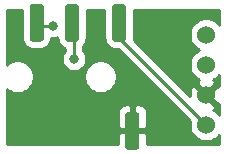
<source format=gbr>
G04 #@! TF.GenerationSoftware,KiCad,Pcbnew,(5.1.5)-3*
G04 #@! TF.CreationDate,2020-12-21T13:20:02+01:00*
G04 #@! TF.ProjectId,epimetheus_mlx90614,6570696d-6574-4686-9575-735f6d6c7839,rev?*
G04 #@! TF.SameCoordinates,Original*
G04 #@! TF.FileFunction,Copper,L1,Top*
G04 #@! TF.FilePolarity,Positive*
%FSLAX46Y46*%
G04 Gerber Fmt 4.6, Leading zero omitted, Abs format (unit mm)*
G04 Created by KiCad (PCBNEW (5.1.5)-3) date 2020-12-21 13:20:02*
%MOMM*%
%LPD*%
G04 APERTURE LIST*
%ADD10C,1.524000*%
%ADD11C,0.100000*%
%ADD12C,0.800000*%
%ADD13C,0.250000*%
%ADD14C,0.254000*%
G04 APERTURE END LIST*
D10*
X179324000Y-27432000D03*
X179324000Y-29972000D03*
X179324000Y-32512000D03*
X179324000Y-35052000D03*
G04 #@! TA.AperFunction,SMDPad,CuDef*
D11*
G36*
X165302405Y-24817445D02*
G01*
X165331527Y-24821764D01*
X165360085Y-24828918D01*
X165387805Y-24838836D01*
X165414419Y-24851424D01*
X165439671Y-24866559D01*
X165463318Y-24884097D01*
X165485132Y-24903868D01*
X165504903Y-24925682D01*
X165522441Y-24949329D01*
X165537576Y-24974581D01*
X165550164Y-25001195D01*
X165560082Y-25028915D01*
X165567236Y-25057473D01*
X165571555Y-25086595D01*
X165573000Y-25116000D01*
X165573000Y-27716000D01*
X165571555Y-27745405D01*
X165567236Y-27774527D01*
X165560082Y-27803085D01*
X165550164Y-27830805D01*
X165537576Y-27857419D01*
X165522441Y-27882671D01*
X165504903Y-27906318D01*
X165485132Y-27928132D01*
X165463318Y-27947903D01*
X165439671Y-27965441D01*
X165414419Y-27980576D01*
X165387805Y-27993164D01*
X165360085Y-28003082D01*
X165331527Y-28010236D01*
X165302405Y-28014555D01*
X165273000Y-28016000D01*
X164673000Y-28016000D01*
X164643595Y-28014555D01*
X164614473Y-28010236D01*
X164585915Y-28003082D01*
X164558195Y-27993164D01*
X164531581Y-27980576D01*
X164506329Y-27965441D01*
X164482682Y-27947903D01*
X164460868Y-27928132D01*
X164441097Y-27906318D01*
X164423559Y-27882671D01*
X164408424Y-27857419D01*
X164395836Y-27830805D01*
X164385918Y-27803085D01*
X164378764Y-27774527D01*
X164374445Y-27745405D01*
X164373000Y-27716000D01*
X164373000Y-25116000D01*
X164374445Y-25086595D01*
X164378764Y-25057473D01*
X164385918Y-25028915D01*
X164395836Y-25001195D01*
X164408424Y-24974581D01*
X164423559Y-24949329D01*
X164441097Y-24925682D01*
X164460868Y-24903868D01*
X164482682Y-24884097D01*
X164506329Y-24866559D01*
X164531581Y-24851424D01*
X164558195Y-24838836D01*
X164585915Y-24828918D01*
X164614473Y-24821764D01*
X164643595Y-24817445D01*
X164673000Y-24816000D01*
X165273000Y-24816000D01*
X165302405Y-24817445D01*
G37*
G04 #@! TD.AperFunction*
G04 #@! TA.AperFunction,SMDPad,CuDef*
G36*
X168302405Y-24817445D02*
G01*
X168331527Y-24821764D01*
X168360085Y-24828918D01*
X168387805Y-24838836D01*
X168414419Y-24851424D01*
X168439671Y-24866559D01*
X168463318Y-24884097D01*
X168485132Y-24903868D01*
X168504903Y-24925682D01*
X168522441Y-24949329D01*
X168537576Y-24974581D01*
X168550164Y-25001195D01*
X168560082Y-25028915D01*
X168567236Y-25057473D01*
X168571555Y-25086595D01*
X168573000Y-25116000D01*
X168573000Y-27716000D01*
X168571555Y-27745405D01*
X168567236Y-27774527D01*
X168560082Y-27803085D01*
X168550164Y-27830805D01*
X168537576Y-27857419D01*
X168522441Y-27882671D01*
X168504903Y-27906318D01*
X168485132Y-27928132D01*
X168463318Y-27947903D01*
X168439671Y-27965441D01*
X168414419Y-27980576D01*
X168387805Y-27993164D01*
X168360085Y-28003082D01*
X168331527Y-28010236D01*
X168302405Y-28014555D01*
X168273000Y-28016000D01*
X167673000Y-28016000D01*
X167643595Y-28014555D01*
X167614473Y-28010236D01*
X167585915Y-28003082D01*
X167558195Y-27993164D01*
X167531581Y-27980576D01*
X167506329Y-27965441D01*
X167482682Y-27947903D01*
X167460868Y-27928132D01*
X167441097Y-27906318D01*
X167423559Y-27882671D01*
X167408424Y-27857419D01*
X167395836Y-27830805D01*
X167385918Y-27803085D01*
X167378764Y-27774527D01*
X167374445Y-27745405D01*
X167373000Y-27716000D01*
X167373000Y-25116000D01*
X167374445Y-25086595D01*
X167378764Y-25057473D01*
X167385918Y-25028915D01*
X167395836Y-25001195D01*
X167408424Y-24974581D01*
X167423559Y-24949329D01*
X167441097Y-24925682D01*
X167460868Y-24903868D01*
X167482682Y-24884097D01*
X167506329Y-24866559D01*
X167531581Y-24851424D01*
X167558195Y-24838836D01*
X167585915Y-24828918D01*
X167614473Y-24821764D01*
X167643595Y-24817445D01*
X167673000Y-24816000D01*
X168273000Y-24816000D01*
X168302405Y-24817445D01*
G37*
G04 #@! TD.AperFunction*
G04 #@! TA.AperFunction,SMDPad,CuDef*
G36*
X172287405Y-24817445D02*
G01*
X172316527Y-24821764D01*
X172345085Y-24828918D01*
X172372805Y-24838836D01*
X172399419Y-24851424D01*
X172424671Y-24866559D01*
X172448318Y-24884097D01*
X172470132Y-24903868D01*
X172489903Y-24925682D01*
X172507441Y-24949329D01*
X172522576Y-24974581D01*
X172535164Y-25001195D01*
X172545082Y-25028915D01*
X172552236Y-25057473D01*
X172556555Y-25086595D01*
X172558000Y-25116000D01*
X172558000Y-27716000D01*
X172556555Y-27745405D01*
X172552236Y-27774527D01*
X172545082Y-27803085D01*
X172535164Y-27830805D01*
X172522576Y-27857419D01*
X172507441Y-27882671D01*
X172489903Y-27906318D01*
X172470132Y-27928132D01*
X172448318Y-27947903D01*
X172424671Y-27965441D01*
X172399419Y-27980576D01*
X172372805Y-27993164D01*
X172345085Y-28003082D01*
X172316527Y-28010236D01*
X172287405Y-28014555D01*
X172258000Y-28016000D01*
X171658000Y-28016000D01*
X171628595Y-28014555D01*
X171599473Y-28010236D01*
X171570915Y-28003082D01*
X171543195Y-27993164D01*
X171516581Y-27980576D01*
X171491329Y-27965441D01*
X171467682Y-27947903D01*
X171445868Y-27928132D01*
X171426097Y-27906318D01*
X171408559Y-27882671D01*
X171393424Y-27857419D01*
X171380836Y-27830805D01*
X171370918Y-27803085D01*
X171363764Y-27774527D01*
X171359445Y-27745405D01*
X171358000Y-27716000D01*
X171358000Y-25116000D01*
X171359445Y-25086595D01*
X171363764Y-25057473D01*
X171370918Y-25028915D01*
X171380836Y-25001195D01*
X171393424Y-24974581D01*
X171408559Y-24949329D01*
X171426097Y-24925682D01*
X171445868Y-24903868D01*
X171467682Y-24884097D01*
X171491329Y-24866559D01*
X171516581Y-24851424D01*
X171543195Y-24838836D01*
X171570915Y-24828918D01*
X171599473Y-24821764D01*
X171628595Y-24817445D01*
X171658000Y-24816000D01*
X172258000Y-24816000D01*
X172287405Y-24817445D01*
G37*
G04 #@! TD.AperFunction*
G04 #@! TA.AperFunction,SMDPad,CuDef*
G36*
X173402405Y-33961445D02*
G01*
X173431527Y-33965764D01*
X173460085Y-33972918D01*
X173487805Y-33982836D01*
X173514419Y-33995424D01*
X173539671Y-34010559D01*
X173563318Y-34028097D01*
X173585132Y-34047868D01*
X173604903Y-34069682D01*
X173622441Y-34093329D01*
X173637576Y-34118581D01*
X173650164Y-34145195D01*
X173660082Y-34172915D01*
X173667236Y-34201473D01*
X173671555Y-34230595D01*
X173673000Y-34260000D01*
X173673000Y-36860000D01*
X173671555Y-36889405D01*
X173667236Y-36918527D01*
X173660082Y-36947085D01*
X173650164Y-36974805D01*
X173637576Y-37001419D01*
X173622441Y-37026671D01*
X173604903Y-37050318D01*
X173585132Y-37072132D01*
X173563318Y-37091903D01*
X173539671Y-37109441D01*
X173514419Y-37124576D01*
X173487805Y-37137164D01*
X173460085Y-37147082D01*
X173431527Y-37154236D01*
X173402405Y-37158555D01*
X173373000Y-37160000D01*
X172773000Y-37160000D01*
X172743595Y-37158555D01*
X172714473Y-37154236D01*
X172685915Y-37147082D01*
X172658195Y-37137164D01*
X172631581Y-37124576D01*
X172606329Y-37109441D01*
X172582682Y-37091903D01*
X172560868Y-37072132D01*
X172541097Y-37050318D01*
X172523559Y-37026671D01*
X172508424Y-37001419D01*
X172495836Y-36974805D01*
X172485918Y-36947085D01*
X172478764Y-36918527D01*
X172474445Y-36889405D01*
X172473000Y-36860000D01*
X172473000Y-34260000D01*
X172474445Y-34230595D01*
X172478764Y-34201473D01*
X172485918Y-34172915D01*
X172495836Y-34145195D01*
X172508424Y-34118581D01*
X172523559Y-34093329D01*
X172541097Y-34069682D01*
X172560868Y-34047868D01*
X172582682Y-34028097D01*
X172606329Y-34010559D01*
X172631581Y-33995424D01*
X172658195Y-33982836D01*
X172685915Y-33972918D01*
X172714473Y-33965764D01*
X172743595Y-33961445D01*
X172773000Y-33960000D01*
X173373000Y-33960000D01*
X173402405Y-33961445D01*
G37*
G04 #@! TD.AperFunction*
D12*
X173228000Y-35560000D03*
X166370000Y-26670000D03*
X168148000Y-29464000D03*
D13*
X165227000Y-26670000D02*
X164973000Y-26416000D01*
X166370000Y-26670000D02*
X165227000Y-26670000D01*
X168148000Y-26591000D02*
X167973000Y-26416000D01*
X168148000Y-29464000D02*
X168148000Y-26591000D01*
X171958000Y-27686000D02*
X171958000Y-26416000D01*
X179324000Y-35052000D02*
X171958000Y-27686000D01*
D14*
G36*
X163734928Y-27716000D02*
G01*
X163752953Y-27899009D01*
X163806334Y-28074985D01*
X163893022Y-28237165D01*
X164009683Y-28379317D01*
X164151835Y-28495978D01*
X164314015Y-28582666D01*
X164489991Y-28636047D01*
X164673000Y-28654072D01*
X165273000Y-28654072D01*
X165456009Y-28636047D01*
X165631985Y-28582666D01*
X165794165Y-28495978D01*
X165936317Y-28379317D01*
X166052978Y-28237165D01*
X166139666Y-28074985D01*
X166193047Y-27899009D01*
X166211072Y-27716000D01*
X166211072Y-27693664D01*
X166268061Y-27705000D01*
X166471939Y-27705000D01*
X166671898Y-27665226D01*
X166734928Y-27639118D01*
X166734928Y-27716000D01*
X166752953Y-27899009D01*
X166806334Y-28074985D01*
X166893022Y-28237165D01*
X167009683Y-28379317D01*
X167151835Y-28495978D01*
X167314015Y-28582666D01*
X167388000Y-28605109D01*
X167388000Y-28760289D01*
X167344063Y-28804226D01*
X167230795Y-28973744D01*
X167152774Y-29162102D01*
X167113000Y-29362061D01*
X167113000Y-29565939D01*
X167152774Y-29765898D01*
X167230795Y-29954256D01*
X167344063Y-30123774D01*
X167488226Y-30267937D01*
X167657744Y-30381205D01*
X167846102Y-30459226D01*
X168046061Y-30499000D01*
X168249939Y-30499000D01*
X168449898Y-30459226D01*
X168638256Y-30381205D01*
X168807774Y-30267937D01*
X168951937Y-30123774D01*
X169065205Y-29954256D01*
X169143226Y-29765898D01*
X169183000Y-29565939D01*
X169183000Y-29362061D01*
X169143226Y-29162102D01*
X169065205Y-28973744D01*
X168951937Y-28804226D01*
X168908000Y-28760289D01*
X168908000Y-28402556D01*
X168936317Y-28379317D01*
X169052978Y-28237165D01*
X169139666Y-28074985D01*
X169193047Y-27899009D01*
X169211072Y-27716000D01*
X169211072Y-25298000D01*
X170719928Y-25298000D01*
X170719928Y-27716000D01*
X170737953Y-27899009D01*
X170791334Y-28074985D01*
X170878022Y-28237165D01*
X170994683Y-28379317D01*
X171136835Y-28495978D01*
X171299015Y-28582666D01*
X171474991Y-28636047D01*
X171658000Y-28654072D01*
X171851271Y-28654072D01*
X177957628Y-34760430D01*
X177927000Y-34914408D01*
X177927000Y-35189592D01*
X177980686Y-35459490D01*
X178085995Y-35713727D01*
X178238880Y-35942535D01*
X178433465Y-36137120D01*
X178662273Y-36290005D01*
X178916510Y-36395314D01*
X179186408Y-36449000D01*
X179461592Y-36449000D01*
X179731490Y-36395314D01*
X179985727Y-36290005D01*
X180214535Y-36137120D01*
X180409120Y-35942535D01*
X180442000Y-35893327D01*
X180442000Y-36678000D01*
X174309945Y-36678000D01*
X174308000Y-35845750D01*
X174149250Y-35687000D01*
X173200000Y-35687000D01*
X173200000Y-35707000D01*
X172946000Y-35707000D01*
X172946000Y-35687000D01*
X171996750Y-35687000D01*
X171838000Y-35845750D01*
X171836055Y-36678000D01*
X162458000Y-36678000D01*
X162458000Y-33960000D01*
X171834928Y-33960000D01*
X171838000Y-35274250D01*
X171996750Y-35433000D01*
X172946000Y-35433000D01*
X172946000Y-33483750D01*
X173200000Y-33483750D01*
X173200000Y-35433000D01*
X174149250Y-35433000D01*
X174308000Y-35274250D01*
X174311072Y-33960000D01*
X174298812Y-33835518D01*
X174262502Y-33715820D01*
X174203537Y-33605506D01*
X174124185Y-33508815D01*
X174027494Y-33429463D01*
X173917180Y-33370498D01*
X173797482Y-33334188D01*
X173673000Y-33321928D01*
X173358750Y-33325000D01*
X173200000Y-33483750D01*
X172946000Y-33483750D01*
X172787250Y-33325000D01*
X172473000Y-33321928D01*
X172348518Y-33334188D01*
X172228820Y-33370498D01*
X172118506Y-33429463D01*
X172021815Y-33508815D01*
X171942463Y-33605506D01*
X171883498Y-33715820D01*
X171847188Y-33835518D01*
X171834928Y-33960000D01*
X162458000Y-33960000D01*
X162458000Y-32031685D01*
X162490114Y-32063799D01*
X162716957Y-32215371D01*
X162969011Y-32319775D01*
X163236589Y-32373000D01*
X163509411Y-32373000D01*
X163776989Y-32319775D01*
X164029043Y-32215371D01*
X164255886Y-32063799D01*
X164448799Y-31870886D01*
X164600371Y-31644043D01*
X164704775Y-31391989D01*
X164758000Y-31124411D01*
X164758000Y-30851589D01*
X168988000Y-30851589D01*
X168988000Y-31124411D01*
X169041225Y-31391989D01*
X169145629Y-31644043D01*
X169297201Y-31870886D01*
X169490114Y-32063799D01*
X169716957Y-32215371D01*
X169969011Y-32319775D01*
X170236589Y-32373000D01*
X170509411Y-32373000D01*
X170776989Y-32319775D01*
X171029043Y-32215371D01*
X171255886Y-32063799D01*
X171448799Y-31870886D01*
X171600371Y-31644043D01*
X171704775Y-31391989D01*
X171758000Y-31124411D01*
X171758000Y-30851589D01*
X171704775Y-30584011D01*
X171600371Y-30331957D01*
X171448799Y-30105114D01*
X171255886Y-29912201D01*
X171029043Y-29760629D01*
X170776989Y-29656225D01*
X170509411Y-29603000D01*
X170236589Y-29603000D01*
X169969011Y-29656225D01*
X169716957Y-29760629D01*
X169490114Y-29912201D01*
X169297201Y-30105114D01*
X169145629Y-30331957D01*
X169041225Y-30584011D01*
X168988000Y-30851589D01*
X164758000Y-30851589D01*
X164704775Y-30584011D01*
X164600371Y-30331957D01*
X164448799Y-30105114D01*
X164255886Y-29912201D01*
X164029043Y-29760629D01*
X163776989Y-29656225D01*
X163509411Y-29603000D01*
X163236589Y-29603000D01*
X162969011Y-29656225D01*
X162716957Y-29760629D01*
X162490114Y-29912201D01*
X162458000Y-29944315D01*
X162458000Y-25298000D01*
X163734928Y-25298000D01*
X163734928Y-27716000D01*
G37*
X163734928Y-27716000D02*
X163752953Y-27899009D01*
X163806334Y-28074985D01*
X163893022Y-28237165D01*
X164009683Y-28379317D01*
X164151835Y-28495978D01*
X164314015Y-28582666D01*
X164489991Y-28636047D01*
X164673000Y-28654072D01*
X165273000Y-28654072D01*
X165456009Y-28636047D01*
X165631985Y-28582666D01*
X165794165Y-28495978D01*
X165936317Y-28379317D01*
X166052978Y-28237165D01*
X166139666Y-28074985D01*
X166193047Y-27899009D01*
X166211072Y-27716000D01*
X166211072Y-27693664D01*
X166268061Y-27705000D01*
X166471939Y-27705000D01*
X166671898Y-27665226D01*
X166734928Y-27639118D01*
X166734928Y-27716000D01*
X166752953Y-27899009D01*
X166806334Y-28074985D01*
X166893022Y-28237165D01*
X167009683Y-28379317D01*
X167151835Y-28495978D01*
X167314015Y-28582666D01*
X167388000Y-28605109D01*
X167388000Y-28760289D01*
X167344063Y-28804226D01*
X167230795Y-28973744D01*
X167152774Y-29162102D01*
X167113000Y-29362061D01*
X167113000Y-29565939D01*
X167152774Y-29765898D01*
X167230795Y-29954256D01*
X167344063Y-30123774D01*
X167488226Y-30267937D01*
X167657744Y-30381205D01*
X167846102Y-30459226D01*
X168046061Y-30499000D01*
X168249939Y-30499000D01*
X168449898Y-30459226D01*
X168638256Y-30381205D01*
X168807774Y-30267937D01*
X168951937Y-30123774D01*
X169065205Y-29954256D01*
X169143226Y-29765898D01*
X169183000Y-29565939D01*
X169183000Y-29362061D01*
X169143226Y-29162102D01*
X169065205Y-28973744D01*
X168951937Y-28804226D01*
X168908000Y-28760289D01*
X168908000Y-28402556D01*
X168936317Y-28379317D01*
X169052978Y-28237165D01*
X169139666Y-28074985D01*
X169193047Y-27899009D01*
X169211072Y-27716000D01*
X169211072Y-25298000D01*
X170719928Y-25298000D01*
X170719928Y-27716000D01*
X170737953Y-27899009D01*
X170791334Y-28074985D01*
X170878022Y-28237165D01*
X170994683Y-28379317D01*
X171136835Y-28495978D01*
X171299015Y-28582666D01*
X171474991Y-28636047D01*
X171658000Y-28654072D01*
X171851271Y-28654072D01*
X177957628Y-34760430D01*
X177927000Y-34914408D01*
X177927000Y-35189592D01*
X177980686Y-35459490D01*
X178085995Y-35713727D01*
X178238880Y-35942535D01*
X178433465Y-36137120D01*
X178662273Y-36290005D01*
X178916510Y-36395314D01*
X179186408Y-36449000D01*
X179461592Y-36449000D01*
X179731490Y-36395314D01*
X179985727Y-36290005D01*
X180214535Y-36137120D01*
X180409120Y-35942535D01*
X180442000Y-35893327D01*
X180442000Y-36678000D01*
X174309945Y-36678000D01*
X174308000Y-35845750D01*
X174149250Y-35687000D01*
X173200000Y-35687000D01*
X173200000Y-35707000D01*
X172946000Y-35707000D01*
X172946000Y-35687000D01*
X171996750Y-35687000D01*
X171838000Y-35845750D01*
X171836055Y-36678000D01*
X162458000Y-36678000D01*
X162458000Y-33960000D01*
X171834928Y-33960000D01*
X171838000Y-35274250D01*
X171996750Y-35433000D01*
X172946000Y-35433000D01*
X172946000Y-33483750D01*
X173200000Y-33483750D01*
X173200000Y-35433000D01*
X174149250Y-35433000D01*
X174308000Y-35274250D01*
X174311072Y-33960000D01*
X174298812Y-33835518D01*
X174262502Y-33715820D01*
X174203537Y-33605506D01*
X174124185Y-33508815D01*
X174027494Y-33429463D01*
X173917180Y-33370498D01*
X173797482Y-33334188D01*
X173673000Y-33321928D01*
X173358750Y-33325000D01*
X173200000Y-33483750D01*
X172946000Y-33483750D01*
X172787250Y-33325000D01*
X172473000Y-33321928D01*
X172348518Y-33334188D01*
X172228820Y-33370498D01*
X172118506Y-33429463D01*
X172021815Y-33508815D01*
X171942463Y-33605506D01*
X171883498Y-33715820D01*
X171847188Y-33835518D01*
X171834928Y-33960000D01*
X162458000Y-33960000D01*
X162458000Y-32031685D01*
X162490114Y-32063799D01*
X162716957Y-32215371D01*
X162969011Y-32319775D01*
X163236589Y-32373000D01*
X163509411Y-32373000D01*
X163776989Y-32319775D01*
X164029043Y-32215371D01*
X164255886Y-32063799D01*
X164448799Y-31870886D01*
X164600371Y-31644043D01*
X164704775Y-31391989D01*
X164758000Y-31124411D01*
X164758000Y-30851589D01*
X168988000Y-30851589D01*
X168988000Y-31124411D01*
X169041225Y-31391989D01*
X169145629Y-31644043D01*
X169297201Y-31870886D01*
X169490114Y-32063799D01*
X169716957Y-32215371D01*
X169969011Y-32319775D01*
X170236589Y-32373000D01*
X170509411Y-32373000D01*
X170776989Y-32319775D01*
X171029043Y-32215371D01*
X171255886Y-32063799D01*
X171448799Y-31870886D01*
X171600371Y-31644043D01*
X171704775Y-31391989D01*
X171758000Y-31124411D01*
X171758000Y-30851589D01*
X171704775Y-30584011D01*
X171600371Y-30331957D01*
X171448799Y-30105114D01*
X171255886Y-29912201D01*
X171029043Y-29760629D01*
X170776989Y-29656225D01*
X170509411Y-29603000D01*
X170236589Y-29603000D01*
X169969011Y-29656225D01*
X169716957Y-29760629D01*
X169490114Y-29912201D01*
X169297201Y-30105114D01*
X169145629Y-30331957D01*
X169041225Y-30584011D01*
X168988000Y-30851589D01*
X164758000Y-30851589D01*
X164704775Y-30584011D01*
X164600371Y-30331957D01*
X164448799Y-30105114D01*
X164255886Y-29912201D01*
X164029043Y-29760629D01*
X163776989Y-29656225D01*
X163509411Y-29603000D01*
X163236589Y-29603000D01*
X162969011Y-29656225D01*
X162716957Y-29760629D01*
X162490114Y-29912201D01*
X162458000Y-29944315D01*
X162458000Y-25298000D01*
X163734928Y-25298000D01*
X163734928Y-27716000D01*
G36*
X180442001Y-26590675D02*
G01*
X180409120Y-26541465D01*
X180214535Y-26346880D01*
X179985727Y-26193995D01*
X179731490Y-26088686D01*
X179461592Y-26035000D01*
X179186408Y-26035000D01*
X178916510Y-26088686D01*
X178662273Y-26193995D01*
X178433465Y-26346880D01*
X178238880Y-26541465D01*
X178085995Y-26770273D01*
X177980686Y-27024510D01*
X177927000Y-27294408D01*
X177927000Y-27569592D01*
X177980686Y-27839490D01*
X178085995Y-28093727D01*
X178238880Y-28322535D01*
X178433465Y-28517120D01*
X178662273Y-28670005D01*
X178739515Y-28702000D01*
X178662273Y-28733995D01*
X178433465Y-28886880D01*
X178238880Y-29081465D01*
X178085995Y-29310273D01*
X177980686Y-29564510D01*
X177927000Y-29834408D01*
X177927000Y-30109592D01*
X177980686Y-30379490D01*
X178085995Y-30633727D01*
X178238880Y-30862535D01*
X178433465Y-31057120D01*
X178662273Y-31210005D01*
X178733943Y-31239692D01*
X178720977Y-31244364D01*
X178605020Y-31306344D01*
X178538040Y-31546435D01*
X179324000Y-32332395D01*
X180109960Y-31546435D01*
X180042980Y-31306344D01*
X179907240Y-31242515D01*
X179985727Y-31210005D01*
X180214535Y-31057120D01*
X180409120Y-30862535D01*
X180442001Y-30813326D01*
X180442000Y-31768566D01*
X180289565Y-31726040D01*
X179503605Y-32512000D01*
X180289565Y-33297960D01*
X180442000Y-33255434D01*
X180442000Y-34210674D01*
X180409120Y-34161465D01*
X180214535Y-33966880D01*
X179985727Y-33813995D01*
X179914057Y-33784308D01*
X179927023Y-33779636D01*
X180042980Y-33717656D01*
X180109960Y-33477565D01*
X179324000Y-32691605D01*
X179309858Y-32705748D01*
X179130253Y-32526143D01*
X179144395Y-32512000D01*
X178358435Y-31726040D01*
X178118344Y-31793020D01*
X178001244Y-32042048D01*
X177934977Y-32309135D01*
X177922481Y-32575679D01*
X173184123Y-27837322D01*
X173196072Y-27716000D01*
X173196072Y-25298000D01*
X180442001Y-25298000D01*
X180442001Y-26590675D01*
G37*
X180442001Y-26590675D02*
X180409120Y-26541465D01*
X180214535Y-26346880D01*
X179985727Y-26193995D01*
X179731490Y-26088686D01*
X179461592Y-26035000D01*
X179186408Y-26035000D01*
X178916510Y-26088686D01*
X178662273Y-26193995D01*
X178433465Y-26346880D01*
X178238880Y-26541465D01*
X178085995Y-26770273D01*
X177980686Y-27024510D01*
X177927000Y-27294408D01*
X177927000Y-27569592D01*
X177980686Y-27839490D01*
X178085995Y-28093727D01*
X178238880Y-28322535D01*
X178433465Y-28517120D01*
X178662273Y-28670005D01*
X178739515Y-28702000D01*
X178662273Y-28733995D01*
X178433465Y-28886880D01*
X178238880Y-29081465D01*
X178085995Y-29310273D01*
X177980686Y-29564510D01*
X177927000Y-29834408D01*
X177927000Y-30109592D01*
X177980686Y-30379490D01*
X178085995Y-30633727D01*
X178238880Y-30862535D01*
X178433465Y-31057120D01*
X178662273Y-31210005D01*
X178733943Y-31239692D01*
X178720977Y-31244364D01*
X178605020Y-31306344D01*
X178538040Y-31546435D01*
X179324000Y-32332395D01*
X180109960Y-31546435D01*
X180042980Y-31306344D01*
X179907240Y-31242515D01*
X179985727Y-31210005D01*
X180214535Y-31057120D01*
X180409120Y-30862535D01*
X180442001Y-30813326D01*
X180442000Y-31768566D01*
X180289565Y-31726040D01*
X179503605Y-32512000D01*
X180289565Y-33297960D01*
X180442000Y-33255434D01*
X180442000Y-34210674D01*
X180409120Y-34161465D01*
X180214535Y-33966880D01*
X179985727Y-33813995D01*
X179914057Y-33784308D01*
X179927023Y-33779636D01*
X180042980Y-33717656D01*
X180109960Y-33477565D01*
X179324000Y-32691605D01*
X179309858Y-32705748D01*
X179130253Y-32526143D01*
X179144395Y-32512000D01*
X178358435Y-31726040D01*
X178118344Y-31793020D01*
X178001244Y-32042048D01*
X177934977Y-32309135D01*
X177922481Y-32575679D01*
X173184123Y-27837322D01*
X173196072Y-27716000D01*
X173196072Y-25298000D01*
X180442001Y-25298000D01*
X180442001Y-26590675D01*
M02*

</source>
